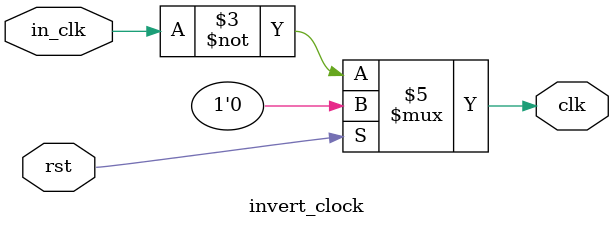
<source format=v>
module invert_clock(clk, rst, in_clk);
	output reg clk;
	input in_clk, rst;
	
	always @(in_clk)
	begin
		if(rst == 0)
		begin
			clk <= ~in_clk;
		end
		else
		begin
			clk <= 1'b0;
		end
	end
	
	
endmodule 

//citation :
//http://referencedesigner.com/tutorials/verilogexamples/verilog_ex_02.php
</source>
